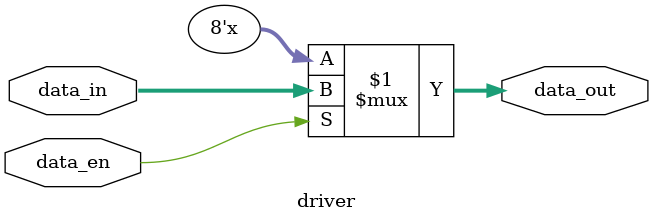
<source format=v>
module driver #(
    parameter WIDTH = 8)(
    input wire data_en,
	input wire [WIDTH-1 : 0] data_in,
	output wire [WIDTH-1 : 0] data_out);

	//assign data_out = data_en ? data_in : 'bz;
    assign data_out = data_en ? data_in : {WIDTH{1'bz}};
endmodule
</source>
